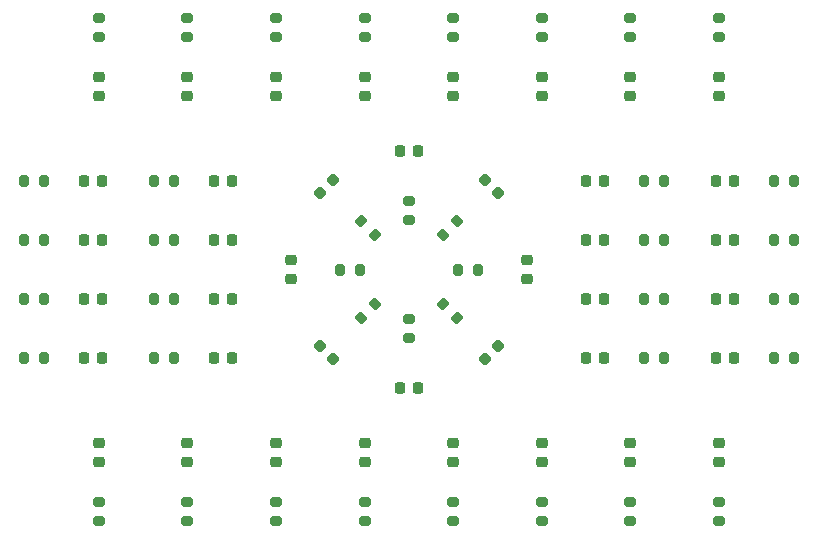
<source format=gbr>
%TF.GenerationSoftware,KiCad,Pcbnew,9.0.1*%
%TF.CreationDate,2025-07-10T12:35:04-04:00*%
%TF.ProjectId,ftp,6674702e-6b69-4636-9164-5f7063625858,rev?*%
%TF.SameCoordinates,Original*%
%TF.FileFunction,Paste,Top*%
%TF.FilePolarity,Positive*%
%FSLAX46Y46*%
G04 Gerber Fmt 4.6, Leading zero omitted, Abs format (unit mm)*
G04 Created by KiCad (PCBNEW 9.0.1) date 2025-07-10 12:35:04*
%MOMM*%
%LPD*%
G01*
G04 APERTURE LIST*
G04 Aperture macros list*
%AMRoundRect*
0 Rectangle with rounded corners*
0 $1 Rounding radius*
0 $2 $3 $4 $5 $6 $7 $8 $9 X,Y pos of 4 corners*
0 Add a 4 corners polygon primitive as box body*
4,1,4,$2,$3,$4,$5,$6,$7,$8,$9,$2,$3,0*
0 Add four circle primitives for the rounded corners*
1,1,$1+$1,$2,$3*
1,1,$1+$1,$4,$5*
1,1,$1+$1,$6,$7*
1,1,$1+$1,$8,$9*
0 Add four rect primitives between the rounded corners*
20,1,$1+$1,$2,$3,$4,$5,0*
20,1,$1+$1,$4,$5,$6,$7,0*
20,1,$1+$1,$6,$7,$8,$9,0*
20,1,$1+$1,$8,$9,$2,$3,0*%
G04 Aperture macros list end*
%ADD10RoundRect,0.218750X0.256250X-0.218750X0.256250X0.218750X-0.256250X0.218750X-0.256250X-0.218750X0*%
%ADD11RoundRect,0.200000X-0.200000X-0.275000X0.200000X-0.275000X0.200000X0.275000X-0.200000X0.275000X0*%
%ADD12RoundRect,0.200000X0.200000X0.275000X-0.200000X0.275000X-0.200000X-0.275000X0.200000X-0.275000X0*%
%ADD13RoundRect,0.218750X-0.218750X-0.256250X0.218750X-0.256250X0.218750X0.256250X-0.218750X0.256250X0*%
%ADD14RoundRect,0.200000X0.053033X-0.335876X0.335876X-0.053033X-0.053033X0.335876X-0.335876X0.053033X0*%
%ADD15RoundRect,0.218750X-0.335876X-0.026517X-0.026517X-0.335876X0.335876X0.026517X0.026517X0.335876X0*%
%ADD16RoundRect,0.200000X0.275000X-0.200000X0.275000X0.200000X-0.275000X0.200000X-0.275000X-0.200000X0*%
%ADD17RoundRect,0.218750X0.218750X0.256250X-0.218750X0.256250X-0.218750X-0.256250X0.218750X-0.256250X0*%
%ADD18RoundRect,0.218750X0.026517X-0.335876X0.335876X-0.026517X-0.026517X0.335876X-0.335876X0.026517X0*%
%ADD19RoundRect,0.200000X-0.275000X0.200000X-0.275000X-0.200000X0.275000X-0.200000X0.275000X0.200000X0*%
%ADD20RoundRect,0.218750X-0.256250X0.218750X-0.256250X-0.218750X0.256250X-0.218750X0.256250X0.218750X0*%
%ADD21RoundRect,0.218750X0.335876X0.026517X0.026517X0.335876X-0.335876X-0.026517X-0.026517X-0.335876X0*%
%ADD22RoundRect,0.200000X-0.053033X0.335876X-0.335876X0.053033X0.053033X-0.335876X0.335876X-0.053033X0*%
%ADD23RoundRect,0.200000X-0.335876X-0.053033X-0.053033X-0.335876X0.335876X0.053033X0.053033X0.335876X0*%
%ADD24RoundRect,0.200000X0.335876X0.053033X0.053033X0.335876X-0.335876X-0.053033X-0.053033X-0.335876X0*%
%ADD25RoundRect,0.218750X-0.026517X0.335876X-0.335876X0.026517X0.026517X-0.335876X0.335876X-0.026517X0*%
G04 APERTURE END LIST*
D10*
%TO.C,D34*%
X56250000Y52212500D03*
X56250000Y53787500D03*
%TD*%
D11*
%TO.C,R16*%
X4925000Y30000000D03*
X6575000Y30000000D03*
%TD*%
D12*
%TO.C,R29*%
X70075000Y30000000D03*
X68425000Y30000000D03*
%TD*%
D13*
%TO.C,D28*%
X52462500Y45000000D03*
X54037500Y45000000D03*
%TD*%
D14*
%TO.C,R2*%
X40416603Y40416624D03*
X41583329Y41583350D03*
%TD*%
D11*
%TO.C,R15*%
X4925000Y35000000D03*
X6575000Y35000000D03*
%TD*%
D15*
%TO.C,D2*%
X43943119Y45056834D03*
X45056813Y43943140D03*
%TD*%
D16*
%TO.C,R24*%
X63750000Y16175000D03*
X63750000Y17825000D03*
%TD*%
D17*
%TO.C,D11*%
X22537500Y35000000D03*
X20962500Y35000000D03*
%TD*%
D11*
%TO.C,R3*%
X41674966Y37499987D03*
X43324966Y37499987D03*
%TD*%
D18*
%TO.C,D8*%
X29943119Y43943140D03*
X31056813Y45056834D03*
%TD*%
D11*
%TO.C,R11*%
X15925000Y35000000D03*
X17575000Y35000000D03*
%TD*%
D19*
%TO.C,R33*%
X63750000Y58825000D03*
X63750000Y57175000D03*
%TD*%
D10*
%TO.C,D36*%
X41250000Y52212500D03*
X41250000Y53787500D03*
%TD*%
D16*
%TO.C,R18*%
X18750000Y16175000D03*
X18750000Y17825000D03*
%TD*%
D17*
%TO.C,D15*%
X11537500Y35000000D03*
X9962500Y35000000D03*
%TD*%
%TO.C,D16*%
X11537500Y30000000D03*
X9962500Y30000000D03*
%TD*%
D12*
%TO.C,R32*%
X70075000Y45000000D03*
X68425000Y45000000D03*
%TD*%
D13*
%TO.C,D31*%
X63462500Y40000000D03*
X65037500Y40000000D03*
%TD*%
D20*
%TO.C,D19*%
X26250000Y22787500D03*
X26250000Y21212500D03*
%TD*%
D21*
%TO.C,D6*%
X31056813Y29943140D03*
X29943119Y31056834D03*
%TD*%
D13*
%TO.C,D25*%
X52462500Y30000000D03*
X54037500Y30000000D03*
%TD*%
D11*
%TO.C,R12*%
X15925000Y30000000D03*
X17575000Y30000000D03*
%TD*%
D19*
%TO.C,R5*%
X37499966Y33324987D03*
X37499966Y31674987D03*
%TD*%
D11*
%TO.C,R13*%
X4925000Y45000000D03*
X6575000Y45000000D03*
%TD*%
D22*
%TO.C,R6*%
X34583329Y34583350D03*
X33416603Y33416624D03*
%TD*%
D16*
%TO.C,R23*%
X56250000Y16175000D03*
X56250000Y17825000D03*
%TD*%
D19*
%TO.C,R37*%
X33750000Y58825000D03*
X33750000Y57175000D03*
%TD*%
D13*
%TO.C,D30*%
X63462500Y35000000D03*
X65037500Y35000000D03*
%TD*%
D20*
%TO.C,D22*%
X48750000Y22787500D03*
X48750000Y21212500D03*
%TD*%
D11*
%TO.C,R9*%
X15925000Y45000000D03*
X17575000Y45000000D03*
%TD*%
D19*
%TO.C,R38*%
X26250000Y58825000D03*
X26250000Y57175000D03*
%TD*%
D20*
%TO.C,D21*%
X41250000Y22787500D03*
X41250000Y21212500D03*
%TD*%
D13*
%TO.C,D32*%
X63462500Y45000000D03*
X65037500Y45000000D03*
%TD*%
D20*
%TO.C,D20*%
X33750000Y22787500D03*
X33750000Y21212500D03*
%TD*%
D12*
%TO.C,R25*%
X59075000Y30000000D03*
X57425000Y30000000D03*
%TD*%
D20*
%TO.C,D17*%
X11250000Y22787500D03*
X11250000Y21212500D03*
%TD*%
D11*
%TO.C,R10*%
X15937500Y40000000D03*
X17587500Y40000000D03*
%TD*%
D13*
%TO.C,D26*%
X52462500Y35000000D03*
X54037500Y35000000D03*
%TD*%
D23*
%TO.C,R4*%
X40416603Y34583350D03*
X41583329Y33416624D03*
%TD*%
D20*
%TO.C,D3*%
X47499966Y38287487D03*
X47499966Y36712487D03*
%TD*%
D11*
%TO.C,R14*%
X4925000Y40000000D03*
X6575000Y40000000D03*
%TD*%
D20*
%TO.C,D23*%
X56250000Y22787500D03*
X56250000Y21212500D03*
%TD*%
D10*
%TO.C,D35*%
X48750000Y52212500D03*
X48750000Y53787500D03*
%TD*%
D16*
%TO.C,R1*%
X37499966Y41674987D03*
X37499966Y43324987D03*
%TD*%
%TO.C,R21*%
X41250000Y16175000D03*
X41250000Y17825000D03*
%TD*%
D19*
%TO.C,R36*%
X41250000Y58825000D03*
X41250000Y57175000D03*
%TD*%
D17*
%TO.C,D10*%
X22537500Y40000000D03*
X20962500Y40000000D03*
%TD*%
D13*
%TO.C,D29*%
X63462500Y30000000D03*
X65037500Y30000000D03*
%TD*%
D12*
%TO.C,R28*%
X59075000Y45000000D03*
X57425000Y45000000D03*
%TD*%
D16*
%TO.C,R19*%
X26250000Y16175000D03*
X26250000Y17825000D03*
%TD*%
D20*
%TO.C,D24*%
X63750000Y22787500D03*
X63750000Y21212500D03*
%TD*%
D16*
%TO.C,R17*%
X11250000Y16175000D03*
X11250000Y17825000D03*
%TD*%
D10*
%TO.C,D7*%
X27499966Y36712487D03*
X27499966Y38287487D03*
%TD*%
D20*
%TO.C,D18*%
X18750000Y22787500D03*
X18750000Y21212500D03*
%TD*%
D19*
%TO.C,R39*%
X18750000Y58825000D03*
X18750000Y57175000D03*
%TD*%
D16*
%TO.C,R22*%
X48750000Y16175000D03*
X48750000Y17825000D03*
%TD*%
D17*
%TO.C,D14*%
X11537500Y40000000D03*
X9962500Y40000000D03*
%TD*%
%TO.C,D5*%
X38287466Y27499987D03*
X36712466Y27499987D03*
%TD*%
%TO.C,D12*%
X22537500Y30000000D03*
X20962500Y30000000D03*
%TD*%
D24*
%TO.C,R8*%
X34583329Y40416624D03*
X33416603Y41583350D03*
%TD*%
D12*
%TO.C,R7*%
X33324966Y37499987D03*
X31674966Y37499987D03*
%TD*%
D19*
%TO.C,R35*%
X48750000Y58825000D03*
X48750000Y57175000D03*
%TD*%
D10*
%TO.C,D39*%
X18750000Y52212500D03*
X18750000Y53787500D03*
%TD*%
%TO.C,D37*%
X33750000Y52212500D03*
X33750000Y53787500D03*
%TD*%
D25*
%TO.C,D4*%
X45056813Y31056834D03*
X43943119Y29943140D03*
%TD*%
D12*
%TO.C,R27*%
X59075000Y40000000D03*
X57425000Y40000000D03*
%TD*%
D10*
%TO.C,D40*%
X11250000Y52212500D03*
X11250000Y53787500D03*
%TD*%
D16*
%TO.C,R20*%
X33750000Y16175000D03*
X33750000Y17825000D03*
%TD*%
D13*
%TO.C,D1*%
X36712466Y47499987D03*
X38287466Y47499987D03*
%TD*%
D12*
%TO.C,R26*%
X59075000Y35000000D03*
X57425000Y35000000D03*
%TD*%
D17*
%TO.C,D13*%
X11537500Y45000000D03*
X9962500Y45000000D03*
%TD*%
D10*
%TO.C,D38*%
X26250000Y52212500D03*
X26250000Y53787500D03*
%TD*%
%TO.C,D33*%
X63750000Y52212500D03*
X63750000Y53787500D03*
%TD*%
D19*
%TO.C,R34*%
X56250000Y58825000D03*
X56250000Y57175000D03*
%TD*%
D12*
%TO.C,R31*%
X70075000Y40000000D03*
X68425000Y40000000D03*
%TD*%
%TO.C,R30*%
X70075000Y35000000D03*
X68425000Y35000000D03*
%TD*%
D19*
%TO.C,R40*%
X11250000Y58825000D03*
X11250000Y57175000D03*
%TD*%
D13*
%TO.C,D27*%
X52462500Y40000000D03*
X54037500Y40000000D03*
%TD*%
D17*
%TO.C,D9*%
X22537500Y45000000D03*
X20962500Y45000000D03*
%TD*%
M02*

</source>
